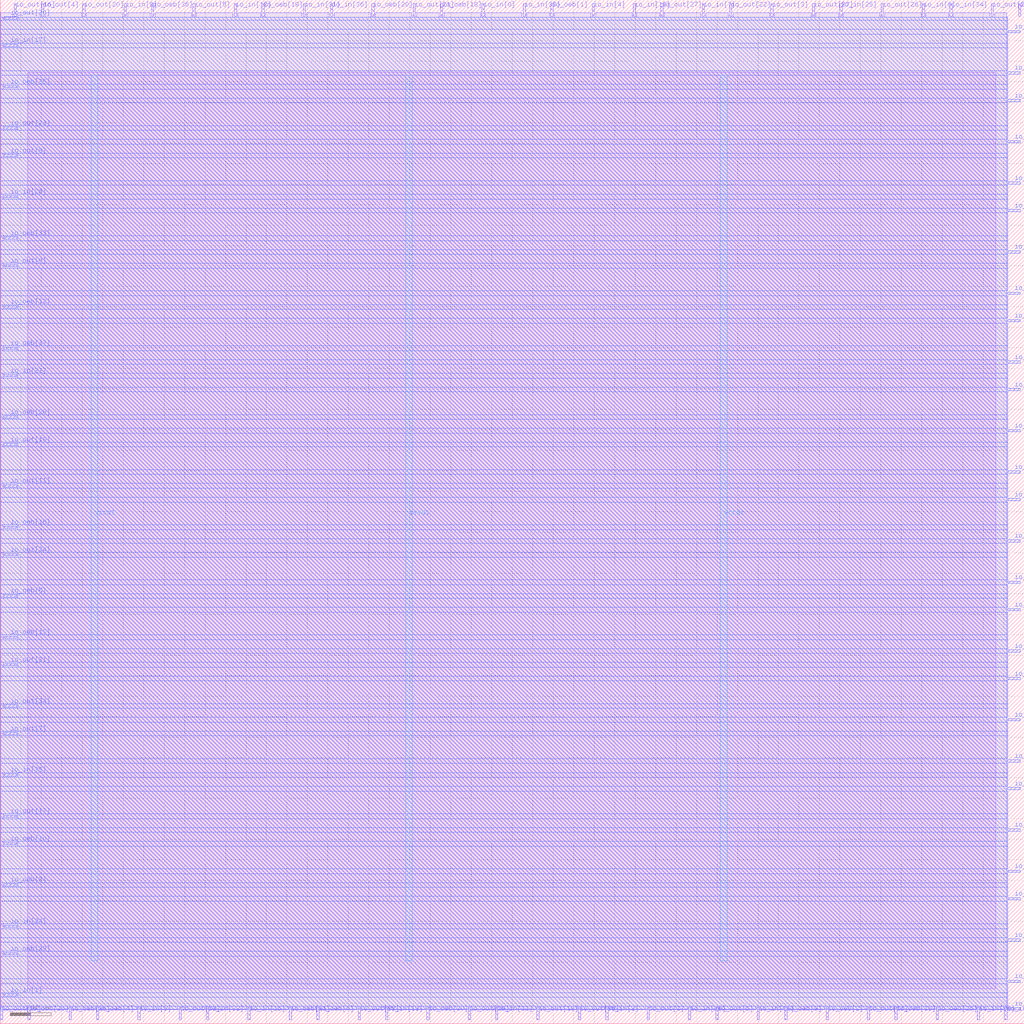
<source format=lef>
VERSION 5.7 ;
  NOWIREEXTENSIONATPIN ON ;
  DIVIDERCHAR "/" ;
  BUSBITCHARS "[]" ;
MACRO tiny_user_project
  CLASS BLOCK ;
  FOREIGN tiny_user_project ;
  ORIGIN 0.000 0.000 ;
  SIZE 250.000 BY 250.000 ;
  PIN io_in[0]
    DIRECTION INPUT ;
    USE SIGNAL ;
    PORT
      LAYER Metal2 ;
        RECT 117.600 246.000 118.160 249.000 ;
    END
  END io_in[0]
  PIN io_in[10]
    DIRECTION INPUT ;
    USE SIGNAL ;
    PORT
      LAYER Metal2 ;
        RECT 248.640 246.000 249.200 249.000 ;
    END
  END io_in[10]
  PIN io_in[11]
    DIRECTION INPUT ;
    USE SIGNAL ;
    PORT
      LAYER Metal2 ;
        RECT 120.960 1.000 121.520 4.000 ;
    END
  END io_in[11]
  PIN io_in[12]
    DIRECTION INPUT ;
    USE SIGNAL ;
    PORT
      LAYER Metal2 ;
        RECT 57.120 246.000 57.680 249.000 ;
    END
  END io_in[12]
  PIN io_in[13]
    DIRECTION INPUT ;
    USE SIGNAL ;
    PORT
      LAYER Metal2 ;
        RECT 245.280 1.000 245.840 4.000 ;
    END
  END io_in[13]
  PIN io_in[14]
    DIRECTION INPUT ;
    USE SIGNAL ;
    PORT
      LAYER Metal3 ;
        RECT 246.000 215.040 249.000 215.600 ;
    END
  END io_in[14]
  PIN io_in[15]
    DIRECTION INPUT ;
    USE SIGNAL ;
    PORT
      LAYER Metal2 ;
        RECT 184.800 1.000 185.360 4.000 ;
    END
  END io_in[15]
  PIN io_in[16]
    DIRECTION INPUT ;
    USE SIGNAL ;
    PORT
      LAYER Metal2 ;
        RECT 60.480 1.000 61.040 4.000 ;
    END
  END io_in[16]
  PIN io_in[17]
    DIRECTION INPUT ;
    USE SIGNAL ;
    PORT
      LAYER Metal3 ;
        RECT 1.000 238.560 4.000 239.120 ;
    END
  END io_in[17]
  PIN io_in[18]
    DIRECTION INPUT ;
    USE SIGNAL ;
    PORT
      LAYER Metal2 ;
        RECT 94.080 1.000 94.640 4.000 ;
    END
  END io_in[18]
  PIN io_in[19]
    DIRECTION INPUT ;
    USE SIGNAL ;
    PORT
      LAYER Metal2 ;
        RECT 154.560 246.000 155.120 249.000 ;
    END
  END io_in[19]
  PIN io_in[1]
    DIRECTION INPUT ;
    USE SIGNAL ;
    PORT
      LAYER Metal3 ;
        RECT 1.000 6.720 4.000 7.280 ;
    END
  END io_in[1]
  PIN io_in[20]
    DIRECTION INPUT ;
    USE SIGNAL ;
    PORT
      LAYER Metal2 ;
        RECT 168.000 1.000 168.560 4.000 ;
    END
  END io_in[20]
  PIN io_in[21]
    DIRECTION INPUT ;
    USE SIGNAL ;
    PORT
      LAYER Metal3 ;
        RECT 1.000 157.920 4.000 158.480 ;
    END
  END io_in[21]
  PIN io_in[22]
    DIRECTION INPUT ;
    USE SIGNAL ;
    PORT
      LAYER Metal3 ;
        RECT 246.000 100.800 249.000 101.360 ;
    END
  END io_in[22]
  PIN io_in[23]
    DIRECTION INPUT ;
    USE SIGNAL ;
    PORT
      LAYER Metal3 ;
        RECT 246.000 231.840 249.000 232.400 ;
    END
  END io_in[23]
  PIN io_in[24]
    DIRECTION INPUT ;
    USE SIGNAL ;
    PORT
      LAYER Metal3 ;
        RECT 1.000 23.520 4.000 24.080 ;
    END
  END io_in[24]
  PIN io_in[25]
    DIRECTION INPUT ;
    USE SIGNAL ;
    PORT
      LAYER Metal2 ;
        RECT 204.960 246.000 205.520 249.000 ;
    END
  END io_in[25]
  PIN io_in[26]
    DIRECTION INPUT ;
    USE SIGNAL ;
    PORT
      LAYER Metal3 ;
        RECT 1.000 201.600 4.000 202.160 ;
    END
  END io_in[26]
  PIN io_in[27]
    DIRECTION INPUT ;
    USE SIGNAL ;
    PORT
      LAYER Metal3 ;
        RECT 246.000 73.920 249.000 74.480 ;
    END
  END io_in[27]
  PIN io_in[28]
    DIRECTION INPUT ;
    USE SIGNAL ;
    PORT
      LAYER Metal3 ;
        RECT 246.000 204.960 249.000 205.520 ;
    END
  END io_in[28]
  PIN io_in[29]
    DIRECTION INPUT ;
    USE SIGNAL ;
    PORT
      LAYER Metal2 ;
        RECT 238.560 1.000 239.120 4.000 ;
    END
  END io_in[29]
  PIN io_in[2]
    DIRECTION INPUT ;
    USE SIGNAL ;
    PORT
      LAYER Metal2 ;
        RECT 147.840 1.000 148.400 4.000 ;
    END
  END io_in[2]
  PIN io_in[30]
    DIRECTION INPUT ;
    USE SIGNAL ;
    PORT
      LAYER Metal3 ;
        RECT 246.000 20.160 249.000 20.720 ;
    END
  END io_in[30]
  PIN io_in[31]
    DIRECTION INPUT ;
    USE SIGNAL ;
    PORT
      LAYER Metal2 ;
        RECT 73.920 246.000 74.480 249.000 ;
    END
  END io_in[31]
  PIN io_in[32]
    DIRECTION INPUT ;
    USE SIGNAL ;
    PORT
      LAYER Metal2 ;
        RECT 50.400 1.000 50.960 4.000 ;
    END
  END io_in[32]
  PIN io_in[33]
    DIRECTION INPUT ;
    USE SIGNAL ;
    PORT
      LAYER Metal2 ;
        RECT 127.680 246.000 128.240 249.000 ;
    END
  END io_in[33]
  PIN io_in[34]
    DIRECTION INPUT ;
    USE SIGNAL ;
    PORT
      LAYER Metal2 ;
        RECT 231.840 246.000 232.400 249.000 ;
    END
  END io_in[34]
  PIN io_in[35]
    DIRECTION INPUT ;
    USE SIGNAL ;
    PORT
      LAYER Metal3 ;
        RECT 1.000 60.480 4.000 61.040 ;
    END
  END io_in[35]
  PIN io_in[36]
    DIRECTION INPUT ;
    USE SIGNAL ;
    PORT
      LAYER Metal2 ;
        RECT 80.640 246.000 81.200 249.000 ;
    END
  END io_in[36]
  PIN io_in[37]
    DIRECTION INPUT ;
    USE SIGNAL ;
    PORT
      LAYER Metal3 ;
        RECT 246.000 225.120 249.000 225.680 ;
    END
  END io_in[37]
  PIN io_in[3]
    DIRECTION INPUT ;
    USE SIGNAL ;
    PORT
      LAYER Metal3 ;
        RECT 246.000 127.680 249.000 128.240 ;
    END
  END io_in[3]
  PIN io_in[4]
    DIRECTION INPUT ;
    USE SIGNAL ;
    PORT
      LAYER Metal2 ;
        RECT 144.480 246.000 145.040 249.000 ;
    END
  END io_in[4]
  PIN io_in[5]
    DIRECTION INPUT ;
    USE SIGNAL ;
    PORT
      LAYER Metal2 ;
        RECT 33.600 1.000 34.160 4.000 ;
    END
  END io_in[5]
  PIN io_in[6]
    DIRECTION INPUT ;
    USE SIGNAL ;
    PORT
      LAYER Metal2 ;
        RECT 225.120 246.000 225.680 249.000 ;
    END
  END io_in[6]
  PIN io_in[7]
    DIRECTION INPUT ;
    USE SIGNAL ;
    PORT
      LAYER Metal2 ;
        RECT 171.360 246.000 171.920 249.000 ;
    END
  END io_in[7]
  PIN io_in[8]
    DIRECTION INPUT ;
    USE SIGNAL ;
    PORT
      LAYER Metal2 ;
        RECT 30.240 246.000 30.800 249.000 ;
    END
  END io_in[8]
  PIN io_in[9]
    DIRECTION INPUT ;
    USE SIGNAL ;
    PORT
      LAYER Metal3 ;
        RECT 246.000 241.920 249.000 242.480 ;
    END
  END io_in[9]
  PIN io_oeb[0]
    DIRECTION OUTPUT TRISTATE ;
    USE SIGNAL ;
    PORT
      LAYER Metal2 ;
        RECT 77.280 1.000 77.840 4.000 ;
    END
  END io_oeb[0]
  PIN io_oeb[10]
    DIRECTION OUTPUT TRISTATE ;
    USE SIGNAL ;
    PORT
      LAYER Metal3 ;
        RECT 1.000 43.680 4.000 44.240 ;
    END
  END io_oeb[10]
  PIN io_oeb[11]
    DIRECTION OUTPUT TRISTATE ;
    USE SIGNAL ;
    PORT
      LAYER Metal3 ;
        RECT 246.000 171.360 249.000 171.920 ;
    END
  END io_oeb[11]
  PIN io_oeb[12]
    DIRECTION OUTPUT TRISTATE ;
    USE SIGNAL ;
    PORT
      LAYER Metal3 ;
        RECT 1.000 174.720 4.000 175.280 ;
    END
  END io_oeb[12]
  PIN io_oeb[13]
    DIRECTION OUTPUT TRISTATE ;
    USE SIGNAL ;
    PORT
      LAYER Metal3 ;
        RECT 1.000 94.080 4.000 94.640 ;
    END
  END io_oeb[13]
  PIN io_oeb[14]
    DIRECTION OUTPUT TRISTATE ;
    USE SIGNAL ;
    PORT
      LAYER Metal3 ;
        RECT 246.000 57.120 249.000 57.680 ;
    END
  END io_oeb[14]
  PIN io_oeb[15]
    DIRECTION OUTPUT TRISTATE ;
    USE SIGNAL ;
    PORT
      LAYER Metal2 ;
        RECT 218.400 1.000 218.960 4.000 ;
    END
  END io_oeb[15]
  PIN io_oeb[16]
    DIRECTION OUTPUT TRISTATE ;
    USE SIGNAL ;
    PORT
      LAYER Metal3 ;
        RECT 1.000 120.960 4.000 121.520 ;
    END
  END io_oeb[16]
  PIN io_oeb[17]
    DIRECTION OUTPUT TRISTATE ;
    USE SIGNAL ;
    PORT
      LAYER Metal3 ;
        RECT 246.000 134.400 249.000 134.960 ;
    END
  END io_oeb[17]
  PIN io_oeb[18]
    DIRECTION OUTPUT TRISTATE ;
    USE SIGNAL ;
    PORT
      LAYER Metal2 ;
        RECT 107.520 246.000 108.080 249.000 ;
    END
  END io_oeb[18]
  PIN io_oeb[19]
    DIRECTION OUTPUT TRISTATE ;
    USE SIGNAL ;
    PORT
      LAYER Metal2 ;
        RECT 63.840 246.000 64.400 249.000 ;
    END
  END io_oeb[19]
  PIN io_oeb[1]
    DIRECTION OUTPUT TRISTATE ;
    USE SIGNAL ;
    PORT
      LAYER Metal2 ;
        RECT 134.400 246.000 134.960 249.000 ;
    END
  END io_oeb[1]
  PIN io_oeb[20]
    DIRECTION OUTPUT TRISTATE ;
    USE SIGNAL ;
    PORT
      LAYER Metal2 ;
        RECT 90.720 246.000 91.280 249.000 ;
    END
  END io_oeb[20]
  PIN io_oeb[21]
    DIRECTION OUTPUT TRISTATE ;
    USE SIGNAL ;
    PORT
      LAYER Metal2 ;
        RECT 70.560 1.000 71.120 4.000 ;
    END
  END io_oeb[21]
  PIN io_oeb[22]
    DIRECTION OUTPUT TRISTATE ;
    USE SIGNAL ;
    PORT
      LAYER Metal3 ;
        RECT 246.000 63.840 249.000 64.400 ;
    END
  END io_oeb[22]
  PIN io_oeb[23]
    DIRECTION OUTPUT TRISTATE ;
    USE SIGNAL ;
    PORT
      LAYER Metal3 ;
        RECT 246.000 30.240 249.000 30.800 ;
    END
  END io_oeb[23]
  PIN io_oeb[24]
    DIRECTION OUTPUT TRISTATE ;
    USE SIGNAL ;
    PORT
      LAYER Metal3 ;
        RECT 246.000 161.280 249.000 161.840 ;
    END
  END io_oeb[24]
  PIN io_oeb[25]
    DIRECTION OUTPUT TRISTATE ;
    USE SIGNAL ;
    PORT
      LAYER Metal2 ;
        RECT 16.800 1.000 17.360 4.000 ;
    END
  END io_oeb[25]
  PIN io_oeb[26]
    DIRECTION OUTPUT TRISTATE ;
    USE SIGNAL ;
    PORT
      LAYER Metal2 ;
        RECT 228.480 1.000 229.040 4.000 ;
    END
  END io_oeb[26]
  PIN io_oeb[27]
    DIRECTION OUTPUT TRISTATE ;
    USE SIGNAL ;
    PORT
      LAYER Metal3 ;
        RECT 246.000 47.040 249.000 47.600 ;
    END
  END io_oeb[27]
  PIN io_oeb[28]
    DIRECTION OUTPUT TRISTATE ;
    USE SIGNAL ;
    PORT
      LAYER Metal3 ;
        RECT 1.000 147.840 4.000 148.400 ;
    END
  END io_oeb[28]
  PIN io_oeb[29]
    DIRECTION OUTPUT TRISTATE ;
    USE SIGNAL ;
    PORT
      LAYER Metal3 ;
        RECT 1.000 16.800 4.000 17.360 ;
    END
  END io_oeb[29]
  PIN io_oeb[2]
    DIRECTION OUTPUT TRISTATE ;
    USE SIGNAL ;
    PORT
      LAYER Metal2 ;
        RECT 201.600 1.000 202.160 4.000 ;
    END
  END io_oeb[2]
  PIN io_oeb[30]
    DIRECTION OUTPUT TRISTATE ;
    USE SIGNAL ;
    PORT
      LAYER Metal2 ;
        RECT 104.160 1.000 104.720 4.000 ;
    END
  END io_oeb[30]
  PIN io_oeb[31]
    DIRECTION OUTPUT TRISTATE ;
    USE SIGNAL ;
    PORT
      LAYER Metal3 ;
        RECT 246.000 84.000 249.000 84.560 ;
    END
  END io_oeb[31]
  PIN io_oeb[32]
    DIRECTION OUTPUT TRISTATE ;
    USE SIGNAL ;
    PORT
      LAYER Metal3 ;
        RECT 246.000 188.160 249.000 188.720 ;
    END
  END io_oeb[32]
  PIN io_oeb[33]
    DIRECTION OUTPUT TRISTATE ;
    USE SIGNAL ;
    PORT
      LAYER Metal3 ;
        RECT 1.000 191.520 4.000 192.080 ;
    END
  END io_oeb[33]
  PIN io_oeb[34]
    DIRECTION OUTPUT TRISTATE ;
    USE SIGNAL ;
    PORT
      LAYER Metal3 ;
        RECT 246.000 10.080 249.000 10.640 ;
    END
  END io_oeb[34]
  PIN io_oeb[35]
    DIRECTION OUTPUT TRISTATE ;
    USE SIGNAL ;
    PORT
      LAYER Metal3 ;
        RECT 1.000 228.480 4.000 229.040 ;
    END
  END io_oeb[35]
  PIN io_oeb[36]
    DIRECTION OUTPUT TRISTATE ;
    USE SIGNAL ;
    PORT
      LAYER Metal2 ;
        RECT 36.960 246.000 37.520 249.000 ;
    END
  END io_oeb[36]
  PIN io_oeb[37]
    DIRECTION OUTPUT TRISTATE ;
    USE SIGNAL ;
    PORT
      LAYER Metal3 ;
        RECT 1.000 164.640 4.000 165.200 ;
    END
  END io_oeb[37]
  PIN io_oeb[3]
    DIRECTION OUTPUT TRISTATE ;
    USE SIGNAL ;
    PORT
      LAYER Metal3 ;
        RECT 1.000 33.600 4.000 34.160 ;
    END
  END io_oeb[3]
  PIN io_oeb[4]
    DIRECTION OUTPUT TRISTATE ;
    USE SIGNAL ;
    PORT
      LAYER Metal2 ;
        RECT 23.520 1.000 24.080 4.000 ;
    END
  END io_oeb[4]
  PIN io_oeb[5]
    DIRECTION OUTPUT TRISTATE ;
    USE SIGNAL ;
    PORT
      LAYER Metal3 ;
        RECT 1.000 104.160 4.000 104.720 ;
    END
  END io_oeb[5]
  PIN io_oeb[6]
    DIRECTION OUTPUT TRISTATE ;
    USE SIGNAL ;
    PORT
      LAYER Metal3 ;
        RECT 246.000 3.360 249.000 3.920 ;
    END
  END io_oeb[6]
  PIN io_oeb[7]
    DIRECTION OUTPUT TRISTATE ;
    USE SIGNAL ;
    PORT
      LAYER Metal3 ;
        RECT 246.000 144.480 249.000 145.040 ;
    END
  END io_oeb[7]
  PIN io_oeb[8]
    DIRECTION OUTPUT TRISTATE ;
    USE SIGNAL ;
    PORT
      LAYER Metal3 ;
        RECT 246.000 90.720 249.000 91.280 ;
    END
  END io_oeb[8]
  PIN io_oeb[9]
    DIRECTION OUTPUT TRISTATE ;
    USE SIGNAL ;
    PORT
      LAYER Metal2 ;
        RECT 191.520 1.000 192.080 4.000 ;
    END
  END io_oeb[9]
  PIN io_out[0]
    DIRECTION OUTPUT TRISTATE ;
    USE SIGNAL ;
    PORT
      LAYER Metal3 ;
        RECT 1.000 184.800 4.000 185.360 ;
    END
  END io_out[0]
  PIN io_out[10]
    DIRECTION OUTPUT TRISTATE ;
    USE SIGNAL ;
    PORT
      LAYER Metal3 ;
        RECT 1.000 141.120 4.000 141.680 ;
    END
  END io_out[10]
  PIN io_out[11]
    DIRECTION OUTPUT TRISTATE ;
    USE SIGNAL ;
    PORT
      LAYER Metal3 ;
        RECT 1.000 131.040 4.000 131.600 ;
    END
  END io_out[11]
  PIN io_out[12]
    DIRECTION OUTPUT TRISTATE ;
    USE SIGNAL ;
    PORT
      LAYER Metal3 ;
        RECT 246.000 107.520 249.000 108.080 ;
    END
  END io_out[12]
  PIN io_out[13]
    DIRECTION OUTPUT TRISTATE ;
    USE SIGNAL ;
    PORT
      LAYER Metal3 ;
        RECT 246.000 178.080 249.000 178.640 ;
    END
  END io_out[13]
  PIN io_out[14]
    DIRECTION OUTPUT TRISTATE ;
    USE SIGNAL ;
    PORT
      LAYER Metal2 ;
        RECT 211.680 1.000 212.240 4.000 ;
    END
  END io_out[14]
  PIN io_out[15]
    DIRECTION OUTPUT TRISTATE ;
    USE SIGNAL ;
    PORT
      LAYER Metal3 ;
        RECT 246.000 198.240 249.000 198.800 ;
    END
  END io_out[15]
  PIN io_out[16]
    DIRECTION OUTPUT TRISTATE ;
    USE SIGNAL ;
    PORT
      LAYER Metal2 ;
        RECT 3.360 246.000 3.920 249.000 ;
    END
  END io_out[16]
  PIN io_out[17]
    DIRECTION OUTPUT TRISTATE ;
    USE SIGNAL ;
    PORT
      LAYER Metal3 ;
        RECT 1.000 50.400 4.000 50.960 ;
    END
  END io_out[17]
  PIN io_out[18]
    DIRECTION OUTPUT TRISTATE ;
    USE SIGNAL ;
    PORT
      LAYER Metal2 ;
        RECT 131.040 1.000 131.600 4.000 ;
    END
  END io_out[18]
  PIN io_out[19]
    DIRECTION OUTPUT TRISTATE ;
    USE SIGNAL ;
    PORT
      LAYER Metal2 ;
        RECT 0.000 1.000 0.560 4.000 ;
    END
  END io_out[19]
  PIN io_out[1]
    DIRECTION OUTPUT TRISTATE ;
    USE SIGNAL ;
    PORT
      LAYER Metal2 ;
        RECT 157.920 1.000 158.480 4.000 ;
    END
  END io_out[1]
  PIN io_out[20]
    DIRECTION OUTPUT TRISTATE ;
    USE SIGNAL ;
    PORT
      LAYER Metal2 ;
        RECT 20.160 246.000 20.720 249.000 ;
    END
  END io_out[20]
  PIN io_out[21]
    DIRECTION OUTPUT TRISTATE ;
    USE SIGNAL ;
    PORT
      LAYER Metal2 ;
        RECT 100.800 246.000 101.360 249.000 ;
    END
  END io_out[21]
  PIN io_out[22]
    DIRECTION OUTPUT TRISTATE ;
    USE SIGNAL ;
    PORT
      LAYER Metal2 ;
        RECT 178.080 246.000 178.640 249.000 ;
    END
  END io_out[22]
  PIN io_out[23]
    DIRECTION OUTPUT TRISTATE ;
    USE SIGNAL ;
    PORT
      LAYER Metal3 ;
        RECT 1.000 218.400 4.000 218.960 ;
    END
  END io_out[23]
  PIN io_out[24]
    DIRECTION OUTPUT TRISTATE ;
    USE SIGNAL ;
    PORT
      LAYER Metal3 ;
        RECT 1.000 114.240 4.000 114.800 ;
    END
  END io_out[24]
  PIN io_out[25]
    DIRECTION OUTPUT TRISTATE ;
    USE SIGNAL ;
    PORT
      LAYER Metal2 ;
        RECT 6.720 1.000 7.280 4.000 ;
    END
  END io_out[25]
  PIN io_out[26]
    DIRECTION OUTPUT TRISTATE ;
    USE SIGNAL ;
    PORT
      LAYER Metal2 ;
        RECT 215.040 246.000 215.600 249.000 ;
    END
  END io_out[26]
  PIN io_out[27]
    DIRECTION OUTPUT TRISTATE ;
    USE SIGNAL ;
    PORT
      LAYER Metal2 ;
        RECT 161.280 246.000 161.840 249.000 ;
    END
  END io_out[27]
  PIN io_out[28]
    DIRECTION OUTPUT TRISTATE ;
    USE SIGNAL ;
    PORT
      LAYER Metal2 ;
        RECT 114.240 1.000 114.800 4.000 ;
    END
  END io_out[28]
  PIN io_out[29]
    DIRECTION OUTPUT TRISTATE ;
    USE SIGNAL ;
    PORT
      LAYER Metal2 ;
        RECT 241.920 246.000 242.480 249.000 ;
    END
  END io_out[29]
  PIN io_out[2]
    DIRECTION OUTPUT TRISTATE ;
    USE SIGNAL ;
    PORT
      LAYER Metal3 ;
        RECT 246.000 36.960 249.000 37.520 ;
    END
  END io_out[2]
  PIN io_out[30]
    DIRECTION OUTPUT TRISTATE ;
    USE SIGNAL ;
    PORT
      LAYER Metal3 ;
        RECT 1.000 245.280 4.000 245.840 ;
    END
  END io_out[30]
  PIN io_out[31]
    DIRECTION OUTPUT TRISTATE ;
    USE SIGNAL ;
    PORT
      LAYER Metal3 ;
        RECT 1.000 87.360 4.000 87.920 ;
    END
  END io_out[31]
  PIN io_out[32]
    DIRECTION OUTPUT TRISTATE ;
    USE SIGNAL ;
    PORT
      LAYER Metal2 ;
        RECT 43.680 1.000 44.240 4.000 ;
    END
  END io_out[32]
  PIN io_out[33]
    DIRECTION OUTPUT TRISTATE ;
    USE SIGNAL ;
    PORT
      LAYER Metal2 ;
        RECT 87.360 1.000 87.920 4.000 ;
    END
  END io_out[33]
  PIN io_out[34]
    DIRECTION OUTPUT TRISTATE ;
    USE SIGNAL ;
    PORT
      LAYER Metal3 ;
        RECT 1.000 77.280 4.000 77.840 ;
    END
  END io_out[34]
  PIN io_out[35]
    DIRECTION OUTPUT TRISTATE ;
    USE SIGNAL ;
    PORT
      LAYER Metal3 ;
        RECT 246.000 154.560 249.000 155.120 ;
    END
  END io_out[35]
  PIN io_out[36]
    DIRECTION OUTPUT TRISTATE ;
    USE SIGNAL ;
    PORT
      LAYER Metal2 ;
        RECT 141.120 1.000 141.680 4.000 ;
    END
  END io_out[36]
  PIN io_out[37]
    DIRECTION OUTPUT TRISTATE ;
    USE SIGNAL ;
    PORT
      LAYER Metal2 ;
        RECT 198.240 246.000 198.800 249.000 ;
    END
  END io_out[37]
  PIN io_out[3]
    DIRECTION OUTPUT TRISTATE ;
    USE SIGNAL ;
    PORT
      LAYER Metal2 ;
        RECT 188.160 246.000 188.720 249.000 ;
    END
  END io_out[3]
  PIN io_out[4]
    DIRECTION OUTPUT TRISTATE ;
    USE SIGNAL ;
    PORT
      LAYER Metal2 ;
        RECT 10.080 246.000 10.640 249.000 ;
    END
  END io_out[4]
  PIN io_out[5]
    DIRECTION OUTPUT TRISTATE ;
    USE SIGNAL ;
    PORT
      LAYER Metal2 ;
        RECT 47.040 246.000 47.600 249.000 ;
    END
  END io_out[5]
  PIN io_out[6]
    DIRECTION OUTPUT TRISTATE ;
    USE SIGNAL ;
    PORT
      LAYER Metal2 ;
        RECT 174.720 1.000 175.280 4.000 ;
    END
  END io_out[6]
  PIN io_out[7]
    DIRECTION OUTPUT TRISTATE ;
    USE SIGNAL ;
    PORT
      LAYER Metal3 ;
        RECT 1.000 70.560 4.000 71.120 ;
    END
  END io_out[7]
  PIN io_out[8]
    DIRECTION OUTPUT TRISTATE ;
    USE SIGNAL ;
    PORT
      LAYER Metal3 ;
        RECT 1.000 211.680 4.000 212.240 ;
    END
  END io_out[8]
  PIN io_out[9]
    DIRECTION OUTPUT TRISTATE ;
    USE SIGNAL ;
    PORT
      LAYER Metal3 ;
        RECT 246.000 117.600 249.000 118.160 ;
    END
  END io_out[9]
  PIN vccd1
    DIRECTION INOUT ;
    USE POWER ;
    PORT
      LAYER Metal4 ;
        RECT 22.240 15.380 23.840 231.580 ;
    END
    PORT
      LAYER Metal4 ;
        RECT 175.840 15.380 177.440 231.580 ;
    END
  END vccd1
  PIN vssd1
    DIRECTION INOUT ;
    USE GROUND ;
    PORT
      LAYER Metal4 ;
        RECT 99.040 15.380 100.640 231.580 ;
    END
  END vssd1
  OBS
      LAYER Metal1 ;
        RECT 6.720 8.550 243.040 232.250 ;
      LAYER Metal2 ;
        RECT 0.140 245.700 3.060 246.820 ;
        RECT 4.220 245.700 9.780 246.820 ;
        RECT 10.940 245.700 19.860 246.820 ;
        RECT 21.020 245.700 29.940 246.820 ;
        RECT 31.100 245.700 36.660 246.820 ;
        RECT 37.820 245.700 46.740 246.820 ;
        RECT 47.900 245.700 56.820 246.820 ;
        RECT 57.980 245.700 63.540 246.820 ;
        RECT 64.700 245.700 73.620 246.820 ;
        RECT 74.780 245.700 80.340 246.820 ;
        RECT 81.500 245.700 90.420 246.820 ;
        RECT 91.580 245.700 100.500 246.820 ;
        RECT 101.660 245.700 107.220 246.820 ;
        RECT 108.380 245.700 117.300 246.820 ;
        RECT 118.460 245.700 127.380 246.820 ;
        RECT 128.540 245.700 134.100 246.820 ;
        RECT 135.260 245.700 144.180 246.820 ;
        RECT 145.340 245.700 154.260 246.820 ;
        RECT 155.420 245.700 160.980 246.820 ;
        RECT 162.140 245.700 171.060 246.820 ;
        RECT 172.220 245.700 177.780 246.820 ;
        RECT 178.940 245.700 187.860 246.820 ;
        RECT 189.020 245.700 197.940 246.820 ;
        RECT 199.100 245.700 204.660 246.820 ;
        RECT 205.820 245.700 214.740 246.820 ;
        RECT 215.900 245.700 224.820 246.820 ;
        RECT 225.980 245.700 231.540 246.820 ;
        RECT 232.700 245.700 241.620 246.820 ;
        RECT 242.780 245.700 245.700 246.820 ;
        RECT 0.140 4.300 245.700 245.700 ;
        RECT 0.860 3.450 6.420 4.300 ;
        RECT 7.580 3.450 16.500 4.300 ;
        RECT 17.660 3.450 23.220 4.300 ;
        RECT 24.380 3.450 33.300 4.300 ;
        RECT 34.460 3.450 43.380 4.300 ;
        RECT 44.540 3.450 50.100 4.300 ;
        RECT 51.260 3.450 60.180 4.300 ;
        RECT 61.340 3.450 70.260 4.300 ;
        RECT 71.420 3.450 76.980 4.300 ;
        RECT 78.140 3.450 87.060 4.300 ;
        RECT 88.220 3.450 93.780 4.300 ;
        RECT 94.940 3.450 103.860 4.300 ;
        RECT 105.020 3.450 113.940 4.300 ;
        RECT 115.100 3.450 120.660 4.300 ;
        RECT 121.820 3.450 130.740 4.300 ;
        RECT 131.900 3.450 140.820 4.300 ;
        RECT 141.980 3.450 147.540 4.300 ;
        RECT 148.700 3.450 157.620 4.300 ;
        RECT 158.780 3.450 167.700 4.300 ;
        RECT 168.860 3.450 174.420 4.300 ;
        RECT 175.580 3.450 184.500 4.300 ;
        RECT 185.660 3.450 191.220 4.300 ;
        RECT 192.380 3.450 201.300 4.300 ;
        RECT 202.460 3.450 211.380 4.300 ;
        RECT 212.540 3.450 218.100 4.300 ;
        RECT 219.260 3.450 228.180 4.300 ;
        RECT 229.340 3.450 238.260 4.300 ;
        RECT 239.420 3.450 244.980 4.300 ;
      LAYER Metal3 ;
        RECT 0.090 244.980 0.700 245.700 ;
        RECT 4.300 244.980 246.000 245.700 ;
        RECT 0.090 242.780 246.000 244.980 ;
        RECT 0.090 241.620 245.700 242.780 ;
        RECT 0.090 239.420 246.000 241.620 ;
        RECT 0.090 238.260 0.700 239.420 ;
        RECT 4.300 238.260 246.000 239.420 ;
        RECT 0.090 232.700 246.000 238.260 ;
        RECT 0.090 231.540 245.700 232.700 ;
        RECT 0.090 229.340 246.000 231.540 ;
        RECT 0.090 228.180 0.700 229.340 ;
        RECT 4.300 228.180 246.000 229.340 ;
        RECT 0.090 225.980 246.000 228.180 ;
        RECT 0.090 224.820 245.700 225.980 ;
        RECT 0.090 219.260 246.000 224.820 ;
        RECT 0.090 218.100 0.700 219.260 ;
        RECT 4.300 218.100 246.000 219.260 ;
        RECT 0.090 215.900 246.000 218.100 ;
        RECT 0.090 214.740 245.700 215.900 ;
        RECT 0.090 212.540 246.000 214.740 ;
        RECT 0.090 211.380 0.700 212.540 ;
        RECT 4.300 211.380 246.000 212.540 ;
        RECT 0.090 205.820 246.000 211.380 ;
        RECT 0.090 204.660 245.700 205.820 ;
        RECT 0.090 202.460 246.000 204.660 ;
        RECT 0.090 201.300 0.700 202.460 ;
        RECT 4.300 201.300 246.000 202.460 ;
        RECT 0.090 199.100 246.000 201.300 ;
        RECT 0.090 197.940 245.700 199.100 ;
        RECT 0.090 192.380 246.000 197.940 ;
        RECT 0.090 191.220 0.700 192.380 ;
        RECT 4.300 191.220 246.000 192.380 ;
        RECT 0.090 189.020 246.000 191.220 ;
        RECT 0.090 187.860 245.700 189.020 ;
        RECT 0.090 185.660 246.000 187.860 ;
        RECT 0.090 184.500 0.700 185.660 ;
        RECT 4.300 184.500 246.000 185.660 ;
        RECT 0.090 178.940 246.000 184.500 ;
        RECT 0.090 177.780 245.700 178.940 ;
        RECT 0.090 175.580 246.000 177.780 ;
        RECT 0.090 174.420 0.700 175.580 ;
        RECT 4.300 174.420 246.000 175.580 ;
        RECT 0.090 172.220 246.000 174.420 ;
        RECT 0.090 171.060 245.700 172.220 ;
        RECT 0.090 165.500 246.000 171.060 ;
        RECT 0.090 164.340 0.700 165.500 ;
        RECT 4.300 164.340 246.000 165.500 ;
        RECT 0.090 162.140 246.000 164.340 ;
        RECT 0.090 160.980 245.700 162.140 ;
        RECT 0.090 158.780 246.000 160.980 ;
        RECT 0.090 157.620 0.700 158.780 ;
        RECT 4.300 157.620 246.000 158.780 ;
        RECT 0.090 155.420 246.000 157.620 ;
        RECT 0.090 154.260 245.700 155.420 ;
        RECT 0.090 148.700 246.000 154.260 ;
        RECT 0.090 147.540 0.700 148.700 ;
        RECT 4.300 147.540 246.000 148.700 ;
        RECT 0.090 145.340 246.000 147.540 ;
        RECT 0.090 144.180 245.700 145.340 ;
        RECT 0.090 141.980 246.000 144.180 ;
        RECT 0.090 140.820 0.700 141.980 ;
        RECT 4.300 140.820 246.000 141.980 ;
        RECT 0.090 135.260 246.000 140.820 ;
        RECT 0.090 134.100 245.700 135.260 ;
        RECT 0.090 131.900 246.000 134.100 ;
        RECT 0.090 130.740 0.700 131.900 ;
        RECT 4.300 130.740 246.000 131.900 ;
        RECT 0.090 128.540 246.000 130.740 ;
        RECT 0.090 127.380 245.700 128.540 ;
        RECT 0.090 121.820 246.000 127.380 ;
        RECT 0.090 120.660 0.700 121.820 ;
        RECT 4.300 120.660 246.000 121.820 ;
        RECT 0.090 118.460 246.000 120.660 ;
        RECT 0.090 117.300 245.700 118.460 ;
        RECT 0.090 115.100 246.000 117.300 ;
        RECT 0.090 113.940 0.700 115.100 ;
        RECT 4.300 113.940 246.000 115.100 ;
        RECT 0.090 108.380 246.000 113.940 ;
        RECT 0.090 107.220 245.700 108.380 ;
        RECT 0.090 105.020 246.000 107.220 ;
        RECT 0.090 103.860 0.700 105.020 ;
        RECT 4.300 103.860 246.000 105.020 ;
        RECT 0.090 101.660 246.000 103.860 ;
        RECT 0.090 100.500 245.700 101.660 ;
        RECT 0.090 94.940 246.000 100.500 ;
        RECT 0.090 93.780 0.700 94.940 ;
        RECT 4.300 93.780 246.000 94.940 ;
        RECT 0.090 91.580 246.000 93.780 ;
        RECT 0.090 90.420 245.700 91.580 ;
        RECT 0.090 88.220 246.000 90.420 ;
        RECT 0.090 87.060 0.700 88.220 ;
        RECT 4.300 87.060 246.000 88.220 ;
        RECT 0.090 84.860 246.000 87.060 ;
        RECT 0.090 83.700 245.700 84.860 ;
        RECT 0.090 78.140 246.000 83.700 ;
        RECT 0.090 76.980 0.700 78.140 ;
        RECT 4.300 76.980 246.000 78.140 ;
        RECT 0.090 74.780 246.000 76.980 ;
        RECT 0.090 73.620 245.700 74.780 ;
        RECT 0.090 71.420 246.000 73.620 ;
        RECT 0.090 70.260 0.700 71.420 ;
        RECT 4.300 70.260 246.000 71.420 ;
        RECT 0.090 64.700 246.000 70.260 ;
        RECT 0.090 63.540 245.700 64.700 ;
        RECT 0.090 61.340 246.000 63.540 ;
        RECT 0.090 60.180 0.700 61.340 ;
        RECT 4.300 60.180 246.000 61.340 ;
        RECT 0.090 57.980 246.000 60.180 ;
        RECT 0.090 56.820 245.700 57.980 ;
        RECT 0.090 51.260 246.000 56.820 ;
        RECT 0.090 50.100 0.700 51.260 ;
        RECT 4.300 50.100 246.000 51.260 ;
        RECT 0.090 47.900 246.000 50.100 ;
        RECT 0.090 46.740 245.700 47.900 ;
        RECT 0.090 44.540 246.000 46.740 ;
        RECT 0.090 43.380 0.700 44.540 ;
        RECT 4.300 43.380 246.000 44.540 ;
        RECT 0.090 37.820 246.000 43.380 ;
        RECT 0.090 36.660 245.700 37.820 ;
        RECT 0.090 34.460 246.000 36.660 ;
        RECT 0.090 33.300 0.700 34.460 ;
        RECT 4.300 33.300 246.000 34.460 ;
        RECT 0.090 31.100 246.000 33.300 ;
        RECT 0.090 29.940 245.700 31.100 ;
        RECT 0.090 24.380 246.000 29.940 ;
        RECT 0.090 23.220 0.700 24.380 ;
        RECT 4.300 23.220 246.000 24.380 ;
        RECT 0.090 21.020 246.000 23.220 ;
        RECT 0.090 19.860 245.700 21.020 ;
        RECT 0.090 17.660 246.000 19.860 ;
        RECT 0.090 16.500 0.700 17.660 ;
        RECT 4.300 16.500 246.000 17.660 ;
        RECT 0.090 10.940 246.000 16.500 ;
        RECT 0.090 9.780 245.700 10.940 ;
        RECT 0.090 7.580 246.000 9.780 ;
        RECT 0.090 6.420 0.700 7.580 ;
        RECT 4.300 6.420 246.000 7.580 ;
        RECT 0.090 4.220 246.000 6.420 ;
        RECT 0.090 3.500 245.700 4.220 ;
  END
END tiny_user_project
END LIBRARY


</source>
